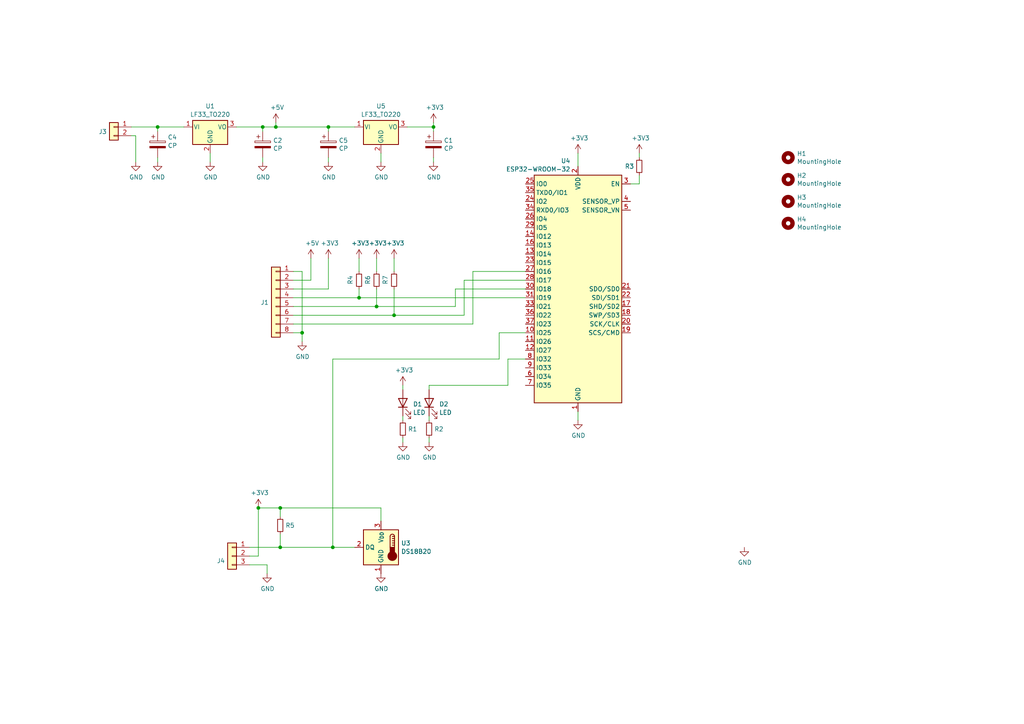
<source format=kicad_sch>
(kicad_sch (version 20230121) (generator eeschema)
  (paper "A4")
  (lib_symbols
    (symbol "Connector_Generic:Conn_01x02" (pin_names (offset 1.016) hide)
      (property "Reference" "J" (at 0 2.54 0))
      (property "Value" "Conn_01x02" (at 0 -5.08 0))
      (symbol "Conn_01x02_1_1"
        (rectangle (start -1.27 -2.413) (end 0 -2.667) (stroke (width 0.1524)))
        (rectangle (start -1.27 0.127) (end 0 -0.127) (stroke (width 0.1524)))
        (rectangle (start -1.27 1.27) (end 1.27 -3.81) (stroke (width 0.254)) (fill (type background)))
        (pin passive line (at -5.08 0 0) (length 3.81) (name "Pin_1") (number "1"))
        (pin passive line (at -5.08 -2.54 0) (length 3.81) (name "Pin_2") (number "2"))
      )
    )
    (symbol "Connector_Generic:Conn_01x03" (pin_names (offset 1.016) hide)
      (property "Reference" "J" (at 0 5.08 0))
      (property "Value" "Conn_01x03" (at 0 -5.08 0))
      (symbol "Conn_01x03_1_1"
        (rectangle (start -1.27 -2.413) (end 0 -2.667) (stroke (width 0.1524)))
        (rectangle (start -1.27 0.127) (end 0 -0.127) (stroke (width 0.1524)))
        (rectangle (start -1.27 2.667) (end 0 2.413) (stroke (width 0.1524)))
        (rectangle (start -1.27 3.81) (end 1.27 -3.81) (stroke (width 0.254)) (fill (type background)))
        (pin passive line (at -5.08 2.54 0) (length 3.81) (name "Pin_1") (number "1"))
        (pin passive line (at -5.08 0 0) (length 3.81) (name "Pin_2") (number "2"))
        (pin passive line (at -5.08 -2.54 0) (length 3.81) (name "Pin_3") (number "3"))
      )
    )
    (symbol "Connector_Generic:Conn_01x08" (pin_names (offset 1.016) hide)
      (property "Reference" "J" (at 0 10.16 0))
      (property "Value" "Conn_01x08" (at 0 -12.7 0))
      (symbol "Conn_01x08_1_1"
        (rectangle (start -1.27 -10.033) (end 0 -10.287) (stroke (width 0.1524)))
        (rectangle (start -1.27 -7.493) (end 0 -7.747) (stroke (width 0.1524)))
        (rectangle (start -1.27 -4.953) (end 0 -5.207) (stroke (width 0.1524)))
        (rectangle (start -1.27 -2.413) (end 0 -2.667) (stroke (width 0.1524)))
        (rectangle (start -1.27 0.127) (end 0 -0.127) (stroke (width 0.1524)))
        (rectangle (start -1.27 2.667) (end 0 2.413) (stroke (width 0.1524)))
        (rectangle (start -1.27 5.207) (end 0 4.953) (stroke (width 0.1524)))
        (rectangle (start -1.27 7.747) (end 0 7.493) (stroke (width 0.1524)))
        (rectangle (start -1.27 8.89) (end 1.27 -11.43) (stroke (width 0.254)) (fill (type background)))
        (pin passive line (at -5.08 7.62 0) (length 3.81) (name "Pin_1") (number "1"))
        (pin passive line (at -5.08 5.08 0) (length 3.81) (name "Pin_2") (number "2"))
        (pin passive line (at -5.08 2.54 0) (length 3.81) (name "Pin_3") (number "3"))
        (pin passive line (at -5.08 0 0) (length 3.81) (name "Pin_4") (number "4"))
        (pin passive line (at -5.08 -2.54 0) (length 3.81) (name "Pin_5") (number "5"))
        (pin passive line (at -5.08 -5.08 0) (length 3.81) (name "Pin_6") (number "6"))
        (pin passive line (at -5.08 -7.62 0) (length 3.81) (name "Pin_7") (number "7"))
        (pin passive line (at -5.08 -10.16 0) (length 3.81) (name "Pin_8") (number "8"))
      )
    )
    (symbol "Device:CP" (pin_numbers hide) (pin_names (offset 0.254))
      (property "Reference" "C" (at 0.635 2.54 0))
      (property "Value" "Device_CP" (at 0.635 -2.54 0))
      (symbol "CP_0_1"
        (rectangle (start -2.286 0.508) (end 2.286 1.016))
        (polyline (pts (xy -1.778 2.286) (xy -0.762 2.286)))
        (polyline (pts (xy -1.27 2.794) (xy -1.27 1.778)))
        (rectangle (start 2.286 -0.508) (end -2.286 -1.016) (fill (type outline)))
      )
      (symbol "CP_1_1"
        (pin passive line (at 0 3.81 270) (length 2.794) (name "~") (number "1"))
        (pin passive line (at 0 -3.81 90) (length 2.794) (name "~") (number "2"))
      )
    )
    (symbol "Device:C_Polarized" (pin_numbers hide) (pin_names (offset 0.254))
      (property "Reference" "C" (at 0.635 2.54 0))
      (property "Value" "C_Polarized" (at 0.635 -2.54 0))
      (symbol "C_Polarized_0_1"
        (rectangle (start -2.286 0.508) (end 2.286 1.016))
        (polyline (pts (xy -1.778 2.286) (xy -0.762 2.286)))
        (polyline (pts (xy -1.27 2.794) (xy -1.27 1.778)))
        (rectangle (start 2.286 -0.508) (end -2.286 -1.016) (fill (type outline)))
      )
      (symbol "C_Polarized_1_1"
        (pin passive line (at 0 3.81 270) (length 2.794) (name "~") (number "1"))
        (pin passive line (at 0 -3.81 90) (length 2.794) (name "~") (number "2"))
      )
    )
    (symbol "Device:LED" (pin_numbers hide) (pin_names (offset 1.016) hide)
      (property "Reference" "D" (at 0 2.54 0))
      (property "Value" "LED" (at 0 -2.54 0))
      (symbol "LED_0_1"
        (polyline (pts (xy -1.27 -1.27) (xy -1.27 1.27)) (stroke (width 0.254)))
        (polyline (pts (xy -1.27 0) (xy 1.27 0)))
        (polyline (pts (xy 1.27 -1.27) (xy 1.27 1.27) (xy -1.27 0) (xy 1.27 -1.27)) (stroke (width 0.254)))
        (polyline (pts (xy -3.048 -0.762) (xy -4.572 -2.286) (xy -3.81 -2.286) (xy -4.572 -2.286) (xy -4.572 -1.524)))
        (polyline (pts (xy -1.778 -0.762) (xy -3.302 -2.286) (xy -2.54 -2.286) (xy -3.302 -2.286) (xy -3.302 -1.524)))
      )
      (symbol "LED_1_1"
        (pin passive line (at -3.81 0 0) (length 2.54) (name "K") (number "1"))
        (pin passive line (at 3.81 0 180) (length 2.54) (name "A") (number "2"))
      )
    )
    (symbol "Device:R_Small" (pin_numbers hide) (pin_names (offset 0.254) hide)
      (property "Reference" "R" (at 0.762 0.508 0))
      (property "Value" "R_Small" (at 0.762 -1.016 0))
      (symbol "R_Small_0_1"
        (rectangle (start -0.762 1.778) (end 0.762 -1.778) (stroke (width 0.2032)))
      )
      (symbol "R_Small_1_1"
        (pin passive line (at 0 2.54 270) (length 0.762) (name "~") (number "1"))
        (pin passive line (at 0 -2.54 90) (length 0.762) (name "~") (number "2"))
      )
    )
    (symbol "Mechanical:MountingHole" (pin_names (offset 1.016))
      (property "Reference" "H" (at 0 5.08 0))
      (property "Value" "MountingHole" (at 0 3.175 0))
      (symbol "MountingHole_0_1"
        (circle (center 0 0) (radius 1.27) (stroke (width 1.27)))
      )
    )
    (symbol "RF_Module:ESP32-WROOM-32"
      (property "Reference" "U" (at -12.7 34.29 0))
      (property "Value" "ESP32-WROOM-32" (at 1.27 34.29 0))
      (symbol "ESP32-WROOM-32_0_1"
        (rectangle (start -12.7 33.02) (end 12.7 -33.02) (stroke (width 0.254)) (fill (type background)))
      )
      (symbol "ESP32-WROOM-32_1_1"
        (pin power_in line (at 0 -35.56 90) (length 2.54) (name "GND") (number "1"))
        (pin bidirectional line (at 15.24 -12.7 180) (length 2.54) (name "IO25") (number "10"))
        (pin bidirectional line (at 15.24 -15.24 180) (length 2.54) (name "IO26") (number "11"))
        (pin bidirectional line (at 15.24 -17.78 180) (length 2.54) (name "IO27") (number "12"))
        (pin bidirectional line (at 15.24 10.16 180) (length 2.54) (name "IO14") (number "13"))
        (pin bidirectional line (at 15.24 15.24 180) (length 2.54) (name "IO12") (number "14"))
        (pin passive line (at 0 -35.56 90) (length 2.54) hide (name "GND") (number "15"))
        (pin bidirectional line (at 15.24 12.7 180) (length 2.54) (name "IO13") (number "16"))
        (pin bidirectional line (at -15.24 -5.08 0) (length 2.54) (name "SHD/SD2") (number "17"))
        (pin bidirectional line (at -15.24 -7.62 0) (length 2.54) (name "SWP/SD3") (number "18"))
        (pin bidirectional line (at -15.24 -12.7 0) (length 2.54) (name "SCS/CMD") (number "19"))
        (pin power_in line (at 0 35.56 270) (length 2.54) (name "VDD") (number "2"))
        (pin bidirectional line (at -15.24 -10.16 0) (length 2.54) (name "SCK/CLK") (number "20"))
        (pin bidirectional line (at -15.24 0 0) (length 2.54) (name "SDO/SD0") (number "21"))
        (pin bidirectional line (at -15.24 -2.54 0) (length 2.54) (name "SDI/SD1") (number "22"))
        (pin bidirectional line (at 15.24 7.62 180) (length 2.54) (name "IO15") (number "23"))
        (pin bidirectional line (at 15.24 25.4 180) (length 2.54) (name "IO2") (number "24"))
        (pin bidirectional line (at 15.24 30.48 180) (length 2.54) (name "IO0") (number "25"))
        (pin bidirectional line (at 15.24 20.32 180) (length 2.54) (name "IO4") (number "26"))
        (pin bidirectional line (at 15.24 5.08 180) (length 2.54) (name "IO16") (number "27"))
        (pin bidirectional line (at 15.24 2.54 180) (length 2.54) (name "IO17") (number "28"))
        (pin bidirectional line (at 15.24 17.78 180) (length 2.54) (name "IO5") (number "29"))
        (pin input line (at -15.24 30.48 0) (length 2.54) (name "EN") (number "3"))
        (pin bidirectional line (at 15.24 0 180) (length 2.54) (name "IO18") (number "30"))
        (pin bidirectional line (at 15.24 -2.54 180) (length 2.54) (name "IO19") (number "31"))
        (pin no_connect line (at -12.7 -27.94 0) (length 2.54) hide (name "NC") (number "32"))
        (pin bidirectional line (at 15.24 -5.08 180) (length 2.54) (name "IO21") (number "33"))
        (pin bidirectional line (at 15.24 22.86 180) (length 2.54) (name "RXD0/IO3") (number "34"))
        (pin bidirectional line (at 15.24 27.94 180) (length 2.54) (name "TXD0/IO1") (number "35"))
        (pin bidirectional line (at 15.24 -7.62 180) (length 2.54) (name "IO22") (number "36"))
        (pin bidirectional line (at 15.24 -10.16 180) (length 2.54) (name "IO23") (number "37"))
        (pin passive line (at 0 -35.56 90) (length 2.54) hide (name "GND") (number "38"))
        (pin passive line (at 0 -35.56 90) (length 2.54) hide (name "GND") (number "39"))
        (pin input line (at -15.24 25.4 0) (length 2.54) (name "SENSOR_VP") (number "4"))
        (pin input line (at -15.24 22.86 0) (length 2.54) (name "SENSOR_VN") (number "5"))
        (pin input line (at 15.24 -25.4 180) (length 2.54) (name "IO34") (number "6"))
        (pin input line (at 15.24 -27.94 180) (length 2.54) (name "IO35") (number "7"))
        (pin bidirectional line (at 15.24 -20.32 180) (length 2.54) (name "IO32") (number "8"))
        (pin bidirectional line (at 15.24 -22.86 180) (length 2.54) (name "IO33") (number "9"))
      )
    )
    (symbol "Regulator_Linear:LF33_TO220" (pin_names (offset 0.254))
      (property "Reference" "U" (at -3.81 3.175 0))
      (property "Value" "LF33_TO220" (at 0 3.175 0))
      (symbol "LF33_TO220_0_1"
        (rectangle (start -5.08 1.905) (end 5.08 -5.08) (stroke (width 0.254)) (fill (type background)))
      )
      (symbol "LF33_TO220_1_1"
        (pin power_in line (at -7.62 0 0) (length 2.54) (name "VI") (number "1"))
        (pin power_in line (at 0 -7.62 90) (length 2.54) (name "GND") (number "2"))
        (pin power_out line (at 7.62 0 180) (length 2.54) (name "VO") (number "3"))
      )
    )
    (symbol "Sensor_Temperature:DS18B20"
      (property "Reference" "U" (at -3.81 6.35 0))
      (property "Value" "DS18B20" (at 6.35 6.35 0))
      (symbol "DS18B20_0_1"
        (rectangle (start -5.08 5.08) (end 5.08 -5.08) (stroke (width 0.254)) (fill (type background)))
        (circle (center -3.302 -2.54) (radius 1.27) (stroke (width 0.254)) (fill (type outline)))
        (rectangle (start -2.667 -1.905) (end -3.937 0) (stroke (width 0.254)) (fill (type outline)))
        (arc (start -2.667 3.175) (mid -3.302 3.8073) (end -3.937 3.175) (stroke (width 0.254)))
        (polyline (pts (xy -3.937 0.635) (xy -3.302 0.635)) (stroke (width 0.254)))
        (polyline (pts (xy -3.937 1.27) (xy -3.302 1.27)) (stroke (width 0.254)))
        (polyline (pts (xy -3.937 1.905) (xy -3.302 1.905)) (stroke (width 0.254)))
        (polyline (pts (xy -3.937 2.54) (xy -3.302 2.54)) (stroke (width 0.254)))
        (polyline (pts (xy -3.937 3.175) (xy -3.937 0)) (stroke (width 0.254)))
        (polyline (pts (xy -3.937 3.175) (xy -3.302 3.175)) (stroke (width 0.254)))
        (polyline (pts (xy -2.667 3.175) (xy -2.667 0)) (stroke (width 0.254)))
      )
      (symbol "DS18B20_1_1"
        (pin power_in line (at 0 -7.62 90) (length 2.54) (name "GND") (number "1"))
        (pin bidirectional line (at 7.62 0 180) (length 2.54) (name "DQ") (number "2"))
        (pin power_in line (at 0 7.62 270) (length 2.54) (name "V_{DD}") (number "3"))
      )
    )
    (symbol "power:+3V3" (power) (pin_names (offset 0))
      (property "Value" "+3V3" (at 0 3.556 0))
      (symbol "+3V3_0_1"
        (polyline (pts (xy -0.762 1.27) (xy 0 2.54)))
        (polyline (pts (xy 0 0) (xy 0 2.54)))
        (polyline (pts (xy 0 2.54) (xy 0.762 1.27)))
      )
      (symbol "+3V3_1_1"
        (pin power_in line (at 0 0 90) (length 0) hide (name "+3V3") (number "1"))
      )
    )
    (symbol "power:+5V" (power) (pin_names (offset 0))
      (property "Value" "+5V" (at 0 3.556 0))
      (symbol "+5V_0_1"
        (polyline (pts (xy -0.762 1.27) (xy 0 2.54)))
        (polyline (pts (xy 0 0) (xy 0 2.54)))
        (polyline (pts (xy 0 2.54) (xy 0.762 1.27)))
      )
      (symbol "+5V_1_1"
        (pin power_in line (at 0 0 90) (length 0) hide (name "+5V") (number "1"))
      )
    )
    (symbol "power:GND" (power) (pin_names (offset 0))
      (property "Value" "GND" (at 0 -3.81 0))
      (symbol "GND_0_1"
        (polyline (pts (xy 0 0) (xy 0 -1.27) (xy 1.27 -1.27) (xy 0 -2.54) (xy -1.27 -1.27) (xy 0 -1.27)))
      )
      (symbol "GND_1_1"
        (pin power_in line (at 0 0 270) (length 0) hide (name "GND") (number "1"))
      )
    )
  )
  (junction (at 95.25 36.83))
  (junction (at 125.73 36.83))
  (junction (at 104.14 86.36))
  (junction (at 45.72 36.83))
  (junction (at 109.22 88.9))
  (junction (at 96.52 158.75))
  (junction (at 76.2 36.83))
  (junction (at 81.28 147.32))
  (junction (at 87.63 96.52))
  (junction (at 114.3 91.44))
  (junction (at 81.28 158.75))
  (junction (at 80.01 36.83))
  (junction (at 74.93 147.32))
  (wire (pts (xy 137.16 78.74) (xy 152.4 78.74)))
  (wire (pts (xy 134.62 91.44) (xy 134.62 81.28)))
  (wire (pts (xy 81.28 158.75) (xy 96.52 158.75)))
  (wire (pts (xy 77.47 163.83) (xy 77.47 166.37)))
  (wire (pts (xy 85.09 96.52) (xy 87.63 96.52)))
  (wire (pts (xy 185.42 50.8) (xy 185.42 53.34)))
  (wire (pts (xy 147.32 104.14) (xy 147.32 111.76)))
  (wire (pts (xy 144.78 96.52) (xy 144.78 104.14)))
  (wire (pts (xy 95.25 45.72) (xy 95.25 46.99)))
  (wire (pts (xy 96.52 104.14) (xy 96.52 158.75)))
  (wire (pts (xy 104.14 83.82) (xy 104.14 86.36)))
  (wire (pts (xy 185.42 53.34) (xy 182.88 53.34)))
  (wire (pts (xy 147.32 111.76) (xy 124.46 111.76)))
  (wire (pts (xy 39.37 39.37) (xy 38.1 39.37)))
  (wire (pts (xy 118.11 36.83) (xy 125.73 36.83)))
  (wire (pts (xy 90.17 81.28) (xy 85.09 81.28)))
  (wire (pts (xy 110.49 44.45) (xy 110.49 46.99)))
  (wire (pts (xy 72.39 163.83) (xy 77.47 163.83)))
  (wire (pts (xy 95.25 36.83) (xy 80.01 36.83)))
  (wire (pts (xy 76.2 45.72) (xy 76.2 46.99)))
  (wire (pts (xy 124.46 120.65) (xy 124.46 121.92)))
  (wire (pts (xy 85.09 88.9) (xy 109.22 88.9)))
  (wire (pts (xy 134.62 81.28) (xy 152.4 81.28)))
  (wire (pts (xy 68.58 36.83) (xy 76.2 36.83)))
  (wire (pts (xy 109.22 88.9) (xy 132.08 88.9)))
  (wire (pts (xy 114.3 83.82) (xy 114.3 91.44)))
  (wire (pts (xy 74.93 147.32) (xy 81.28 147.32)))
  (wire (pts (xy 144.78 104.14) (xy 96.52 104.14)))
  (wire (pts (xy 104.14 74.93) (xy 104.14 78.74)))
  (wire (pts (xy 116.84 111.76) (xy 116.84 113.03)))
  (wire (pts (xy 185.42 44.45) (xy 185.42 45.72)))
  (wire (pts (xy 125.73 36.83) (xy 125.73 38.1)))
  (wire (pts (xy 72.39 161.29) (xy 74.93 161.29)))
  (wire (pts (xy 110.49 147.32) (xy 110.49 151.13)))
  (wire (pts (xy 116.84 120.65) (xy 116.84 121.92)))
  (wire (pts (xy 76.2 36.83) (xy 80.01 36.83)))
  (wire (pts (xy 38.1 36.83) (xy 45.72 36.83)))
  (wire (pts (xy 45.72 36.83) (xy 45.72 38.1)))
  (wire (pts (xy 85.09 91.44) (xy 114.3 91.44)))
  (wire (pts (xy 124.46 127) (xy 124.46 128.27)))
  (wire (pts (xy 104.14 86.36) (xy 152.4 86.36)))
  (wire (pts (xy 132.08 83.82) (xy 132.08 88.9)))
  (wire (pts (xy 152.4 104.14) (xy 147.32 104.14)))
  (wire (pts (xy 60.96 44.45) (xy 60.96 46.99)))
  (wire (pts (xy 109.22 74.93) (xy 109.22 78.74)))
  (wire (pts (xy 72.39 158.75) (xy 81.28 158.75)))
  (wire (pts (xy 81.28 147.32) (xy 81.28 149.86)))
  (wire (pts (xy 95.25 83.82) (xy 85.09 83.82)))
  (wire (pts (xy 152.4 83.82) (xy 132.08 83.82)))
  (wire (pts (xy 125.73 45.72) (xy 125.73 46.99)))
  (wire (pts (xy 167.64 44.45) (xy 167.64 48.26)))
  (wire (pts (xy 152.4 96.52) (xy 144.78 96.52)))
  (wire (pts (xy 102.87 36.83) (xy 95.25 36.83)))
  (wire (pts (xy 137.16 78.74) (xy 137.16 93.98)))
  (wire (pts (xy 80.01 36.83) (xy 80.01 35.56)))
  (wire (pts (xy 124.46 111.76) (xy 124.46 113.03)))
  (wire (pts (xy 109.22 83.82) (xy 109.22 88.9)))
  (wire (pts (xy 167.64 121.92) (xy 167.64 119.38)))
  (wire (pts (xy 45.72 36.83) (xy 53.34 36.83)))
  (wire (pts (xy 81.28 147.32) (xy 110.49 147.32)))
  (wire (pts (xy 87.63 78.74) (xy 87.63 96.52)))
  (wire (pts (xy 85.09 86.36) (xy 104.14 86.36)))
  (wire (pts (xy 45.72 45.72) (xy 45.72 46.99)))
  (wire (pts (xy 95.25 36.83) (xy 95.25 38.1)))
  (wire (pts (xy 76.2 36.83) (xy 76.2 38.1)))
  (wire (pts (xy 137.16 93.98) (xy 85.09 93.98)))
  (wire (pts (xy 74.93 147.32) (xy 74.93 161.29)))
  (wire (pts (xy 39.37 46.99) (xy 39.37 39.37)))
  (wire (pts (xy 114.3 91.44) (xy 134.62 91.44)))
  (wire (pts (xy 125.73 35.56) (xy 125.73 36.83)))
  (wire (pts (xy 95.25 74.93) (xy 95.25 83.82)))
  (wire (pts (xy 81.28 158.75) (xy 81.28 154.94)))
  (wire (pts (xy 85.09 78.74) (xy 87.63 78.74)))
  (wire (pts (xy 90.17 74.93) (xy 90.17 81.28)))
  (wire (pts (xy 96.52 158.75) (xy 102.87 158.75)))
  (wire (pts (xy 114.3 74.93) (xy 114.3 78.74)))
  (wire (pts (xy 87.63 96.52) (xy 87.63 99.06)))
  (wire (pts (xy 116.84 127) (xy 116.84 128.27)))
  (symbol (lib_id "power:GND") (at 167.64 121.92 0) (unit 1)
    (property "Reference" "#PWR026" (effects hide))
    (property "Value" "GND" (at 167.767 126.3142 0))
  )
  (symbol (lib_id "Mechanical:MountingHole") (at 228.6 45.72 0) (unit 1)
    (property "Reference" "H1" (at 231.14 44.5516 0) (effects (justify left)))
    (property "Value" "MountingHole" (at 231.14 46.863 0) (effects (justify left)))
    (property "Footprint" "MountingHole:MountingHole_3.2mm_M3_Pad_Via" (effects hide))
  )
  (symbol (lib_id "Mechanical:MountingHole") (at 228.6 52.07 0) (unit 1)
    (property "Reference" "H2" (at 231.14 50.9016 0) (effects (justify left)))
    (property "Value" "MountingHole" (at 231.14 53.213 0) (effects (justify left)))
    (property "Footprint" "MountingHole:MountingHole_3.2mm_M3_Pad_Via" (effects hide))
  )
  (symbol (lib_id "Mechanical:MountingHole") (at 228.6 58.42 0) (unit 1)
    (property "Reference" "H3" (at 231.14 57.2516 0) (effects (justify left)))
    (property "Value" "MountingHole" (at 231.14 59.563 0) (effects (justify left)))
    (property "Footprint" "MountingHole:MountingHole_3.2mm_M3_Pad_Via" (effects hide))
  )
  (symbol (lib_id "Mechanical:MountingHole") (at 228.6 64.77 0) (unit 1)
    (property "Reference" "H4" (at 231.14 63.6016 0) (effects (justify left)))
    (property "Value" "MountingHole" (at 231.14 65.913 0) (effects (justify left)))
    (property "Footprint" "MountingHole:MountingHole_3.2mm_M3_Pad_Via" (effects hide))
  )
  (symbol (lib_id "Device:R_Small") (at 116.84 124.46 0) (unit 1)
    (property "Reference" "R1" (at 118.3386 124.46 0) (effects (justify left)))
    (property "Value" "R_Small" (effects hide))
    (property "Footprint" "Resistor_THT:R_Axial_DIN0207_L6.3mm_D2.5mm_P10.16mm_Horizontal" (effects hide))
  )
  (symbol (lib_id "power:GND") (at 60.96 46.99 0) (unit 1)
    (property "Reference" "#PWR05" (effects hide))
    (property "Value" "GND" (at 61.087 51.3842 0))
  )
  (symbol (lib_id "power:GND") (at 39.37 46.99 0) (unit 1)
    (property "Reference" "#PWR021" (effects hide))
    (property "Value" "GND" (at 39.497 51.3842 0))
  )
  (symbol (lib_id "Connector_Generic:Conn_01x08") (at 80.01 86.36 0) (mirror y) (unit 1)
    (property "Reference" "J1" (at 77.978 87.7316 0) (effects (justify left)))
    (property "Value" "Conn_01x04" (effects hide))
    (property "Footprint" "Connector_JST:JST_XH_B8B-XH-A_1x08_P2.50mm_Vertical" (effects hide))
  )
  (symbol (lib_id "Regulator_Linear:LF33_TO220") (at 110.49 36.83 0) (unit 1)
    (property "Reference" "U5" (at 110.49 30.7807 0))
    (property "Value" "LF33_TO220" (at 110.49 33.2049 0))
    (property "Footprint" "Package_TO_SOT_THT:TO-220-3_Vertical" (effects hide))
    (property "Datasheet" "http://www.st.com/content/ccc/resource/technical/document/datasheet/c4/0e/7e/2a/be/bc/4c/bd/CD00000546.pdf/files/CD00000546.pdf/jcr:content/translations/en.CD00000546.pdf" (effects hide))
  )
  (symbol (lib_id "Device:CP") (at 95.25 41.91 0) (unit 1)
    (property "Reference" "C5" (at 98.2472 40.7416 0) (effects (justify left)))
    (property "Value" "CP" (at 98.2472 43.053 0) (effects (justify left)))
    (property "Footprint" "Capacitor_THT:CP_Radial_D8.0mm_P2.50mm" (effects hide))
  )
  (symbol (lib_id "Regulator_Linear:LF33_TO220") (at 60.96 36.83 0) (unit 1)
    (property "Reference" "U1" (at 60.96 30.7807 0))
    (property "Value" "LF33_TO220" (at 60.96 33.2049 0))
    (property "Footprint" "Package_TO_SOT_THT:TO-220-3_Vertical" (effects hide))
    (property "Datasheet" "http://www.st.com/content/ccc/resource/technical/document/datasheet/c4/0e/7e/2a/be/bc/4c/bd/CD00000546.pdf/files/CD00000546.pdf/jcr:content/translations/en.CD00000546.pdf" (effects hide))
  )
  (symbol (lib_id "power:GND") (at 215.9 158.75 0) (unit 1)
    (property "Reference" "#PWR030" (effects hide))
    (property "Value" "GND" (at 216.027 163.1442 0))
  )
  (symbol (lib_id "power:+3V3") (at 125.73 35.56 0) (unit 1)
    (property "Reference" "#PWR012" (effects hide))
    (property "Value" "+3V3" (at 126.111 31.1658 0))
  )
  (symbol (lib_id "power:GND") (at 45.72 46.99 0) (unit 1)
    (property "Reference" "#PWR09" (effects hide))
    (property "Value" "GND" (at 45.847 51.3842 0))
  )
  (symbol (lib_id "power:GND") (at 87.63 99.06 0) (unit 1)
    (property "Reference" "#PWR02" (effects hide))
    (property "Value" "GND" (at 87.757 103.4542 0))
  )
  (symbol (lib_id "Device:C_Polarized") (at 45.72 41.91 0) (unit 1)
    (property "Reference" "C4" (at 48.641 39.8089 0) (effects (justify left)))
    (property "Value" "CP" (at 48.641 42.2331 0) (effects (justify left)))
    (property "Footprint" "Capacitor_THT:CP_Radial_D10.0mm_P2.50mm_P5.00mm" (effects hide))
  )
  (symbol (lib_id "power:+3V3") (at 185.42 44.45 0) (unit 1)
    (property "Reference" "#PWR016" (effects hide))
    (property "Value" "+3V3" (at 185.801 40.0558 0))
  )
  (symbol (lib_id "power:GND") (at 116.84 128.27 0) (unit 1)
    (property "Reference" "#PWR013" (effects hide))
    (property "Value" "GND" (at 116.967 132.6642 0))
  )
  (symbol (lib_id "power:+5V") (at 90.17 74.93 0) (unit 1)
    (property "Reference" "#PWR032" (effects hide))
    (property "Value" "+5V" (at 90.551 70.5358 0))
  )
  (symbol (lib_id "Connector_Generic:Conn_01x02") (at 33.02 36.83 0) (mirror y) (unit 1)
    (property "Reference" "J3" (at 30.988 38.2016 0) (effects (justify left)))
    (property "Value" "Conn_01x02" (effects hide))
    (property "Footprint" "custom:WE 691411410002 - 2 Pin Wire-To-Board Terminal Block" (effects hide))
  )
  (symbol (lib_id "Device:R_Small") (at 114.3 81.28 0) (unit 1)
    (property "Reference" "R7" (at 111.76 82.55 90) (effects (justify left)))
    (property "Value" "R_Small" (effects hide))
    (property "Footprint" "Resistor_THT:R_Axial_DIN0207_L6.3mm_D2.5mm_P10.16mm_Horizontal" (effects hide))
  )
  (symbol (lib_id "power:GND") (at 110.49 46.99 0) (unit 1)
    (property "Reference" "#PWR010" (effects hide))
    (property "Value" "GND" (at 110.617 51.3842 0))
  )
  (symbol (lib_id "Device:R_Small") (at 81.28 152.4 0) (unit 1)
    (property "Reference" "R5" (at 82.7786 152.4 0) (effects (justify left)))
    (property "Value" "R_Small" (effects hide))
    (property "Footprint" "Resistor_THT:R_Axial_DIN0207_L6.3mm_D2.5mm_P10.16mm_Horizontal" (effects hide))
  )
  (symbol (lib_id "RF_Module:ESP32-WROOM-32") (at 167.64 83.82 0) (mirror y) (unit 1)
    (property "Reference" "U4" (at 165.4459 46.6557 0) (effects (justify left)))
    (property "Value" "ESP32-WROOM-32" (at 165.4459 49.0799 0) (effects (justify left)))
    (property "Footprint" "RF_Module:ESP32-WROOM-32" (effects hide))
    (property "Datasheet" "https://www.espressif.com/sites/default/files/documentation/esp32-wroom-32_datasheet_en.pdf" (effects hide))
  )
  (symbol (lib_id "Device:R_Small") (at 124.46 124.46 0) (unit 1)
    (property "Reference" "R2" (at 125.9586 124.46 0) (effects (justify left)))
    (property "Value" "R_Small" (effects hide))
    (property "Footprint" "Resistor_THT:R_Axial_DIN0207_L6.3mm_D2.5mm_P10.16mm_Horizontal" (effects hide))
  )
  (symbol (lib_id "power:GND") (at 95.25 46.99 0) (unit 1)
    (property "Reference" "#PWR022" (effects hide))
    (property "Value" "GND" (at 95.377 51.3842 0))
  )
  (symbol (lib_id "Device:R_Small") (at 185.42 48.26 180) (unit 1)
    (property "Reference" "R3" (at 183.9214 48.26 0) (effects (justify left)))
    (property "Value" "R_Small" (effects hide))
    (property "Footprint" "Resistor_THT:R_Axial_DIN0309_L9.0mm_D3.2mm_P2.54mm_Vertical" (effects hide))
  )
  (symbol (lib_id "Device:R_Small") (at 104.14 81.28 0) (unit 1)
    (property "Reference" "R4" (at 101.6 82.55 90) (effects (justify left)))
    (property "Value" "R_Small" (effects hide))
    (property "Footprint" "Resistor_THT:R_Axial_DIN0207_L6.3mm_D2.5mm_P10.16mm_Horizontal" (effects hide))
  )
  (symbol (lib_id "power:+3V3") (at 104.14 74.93 0) (unit 1)
    (property "Reference" "#PWR017" (effects hide))
    (property "Value" "+3V3" (at 104.521 70.5358 0))
  )
  (symbol (lib_id "power:+5V") (at 80.01 35.56 0) (unit 1)
    (property "Reference" "#PWR03" (effects hide))
    (property "Value" "+5V" (at 80.391 31.1658 0))
  )
  (symbol (lib_id "power:+3V3") (at 116.84 111.76 0) (unit 1)
    (property "Reference" "#PWR015" (effects hide))
    (property "Value" "+3V3" (at 117.221 107.3658 0))
  )
  (symbol (lib_id "Connector_Generic:Conn_01x03") (at 67.31 161.29 0) (mirror y) (unit 1)
    (property "Reference" "J4" (at 65.278 162.6616 0) (effects (justify left)))
    (property "Value" "Conn_01x04" (effects hide))
    (property "Footprint" "Connector_JST:JST_XH_B3B-XH-A_1x03_P2.50mm_Vertical" (effects hide))
  )
  (symbol (lib_id "power:GND") (at 110.49 166.37 0) (unit 1)
    (property "Reference" "#PWR031" (effects hide))
    (property "Value" "GND" (at 110.617 170.7642 0))
  )
  (symbol (lib_id "power:+3V3") (at 109.22 74.93 0) (unit 1)
    (property "Reference" "#PWR018" (effects hide))
    (property "Value" "+3V3" (at 109.601 70.5358 0))
  )
  (symbol (lib_id "Device:CP") (at 125.73 41.91 0) (unit 1)
    (property "Reference" "C1" (at 128.7272 40.7416 0) (effects (justify left)))
    (property "Value" "CP" (at 128.7272 43.053 0) (effects (justify left)))
    (property "Footprint" "Capacitor_THT:CP_Radial_D8.0mm_P2.50mm" (effects hide))
  )
  (symbol (lib_id "power:GND") (at 124.46 128.27 0) (unit 1)
    (property "Reference" "#PWR014" (effects hide))
    (property "Value" "GND" (at 124.587 132.6642 0))
  )
  (symbol (lib_id "power:+3V3") (at 167.64 44.45 0) (unit 1)
    (property "Reference" "#PWR06" (effects hide))
    (property "Value" "+3V3" (at 168.021 40.0558 0))
  )
  (symbol (lib_id "power:GND") (at 77.47 166.37 0) (unit 1)
    (property "Reference" "#PWR07" (effects hide))
    (property "Value" "GND" (at 77.597 170.7642 0))
  )
  (symbol (lib_id "Device:LED") (at 116.84 116.84 90) (unit 1)
    (property "Reference" "D1" (at 119.761 117.2154 90) (effects (justify right)))
    (property "Value" "LED" (at 119.761 119.6396 90) (effects (justify right)))
    (property "Footprint" "LED_THT:LED_D5.0mm" (effects hide))
  )
  (symbol (lib_id "power:GND") (at 125.73 46.99 0) (unit 1)
    (property "Reference" "#PWR011" (effects hide))
    (property "Value" "GND" (at 125.857 51.3842 0))
  )
  (symbol (lib_id "power:+3V3") (at 114.3 74.93 0) (unit 1)
    (property "Reference" "#PWR019" (effects hide))
    (property "Value" "+3V3" (at 114.681 70.5358 0))
  )
  (symbol (lib_id "power:+3V3") (at 95.25 74.93 0) (unit 1)
    (property "Reference" "#PWR01" (effects hide))
    (property "Value" "+3V3" (at 95.631 70.5358 0))
  )
  (symbol (lib_id "power:GND") (at 76.2 46.99 0) (unit 1)
    (property "Reference" "#PWR04" (effects hide))
    (property "Value" "GND" (at 76.327 51.3842 0))
  )
  (symbol (lib_id "Device:R_Small") (at 109.22 81.28 0) (unit 1)
    (property "Reference" "R6" (at 106.68 82.55 90) (effects (justify left)))
    (property "Value" "R_Small" (effects hide))
    (property "Footprint" "Resistor_THT:R_Axial_DIN0207_L6.3mm_D2.5mm_P10.16mm_Horizontal" (effects hide))
  )
  (symbol (lib_id "power:+3V3") (at 74.93 147.32 0) (unit 1)
    (property "Reference" "#PWR08" (effects hide))
    (property "Value" "+3V3" (at 75.311 142.9258 0))
  )
  (symbol (lib_id "Sensor_Temperature:DS18B20") (at 110.49 158.75 0) (mirror y) (unit 1)
    (property "Reference" "U3" (at 116.3319 157.5379 0) (effects (justify right)))
    (property "Value" "DS18B20" (at 116.3319 159.9621 0) (effects (justify right)))
    (property "Footprint" "Package_TO_SOT_THT:TO-92_Inline_Wide" (effects hide))
    (property "Datasheet" "http://datasheets.maximintegrated.com/en/ds/DS18B20.pdf" (effects hide))
  )
  (symbol (lib_id "Device:LED") (at 124.46 116.84 90) (unit 1)
    (property "Reference" "D2" (at 127.381 117.2154 90) (effects (justify right)))
    (property "Value" "LED" (at 127.381 119.6396 90) (effects (justify right)))
    (property "Footprint" "LED_THT:LED_D5.0mm" (effects hide))
  )
  (symbol (lib_id "Device:CP") (at 76.2 41.91 0) (unit 1)
    (property "Reference" "C2" (at 79.1972 40.7416 0) (effects (justify left)))
    (property "Value" "CP" (at 79.1972 43.053 0) (effects (justify left)))
    (property "Footprint" "Capacitor_THT:CP_Radial_D8.0mm_P2.50mm" (effects hide))
  )
)
</source>
